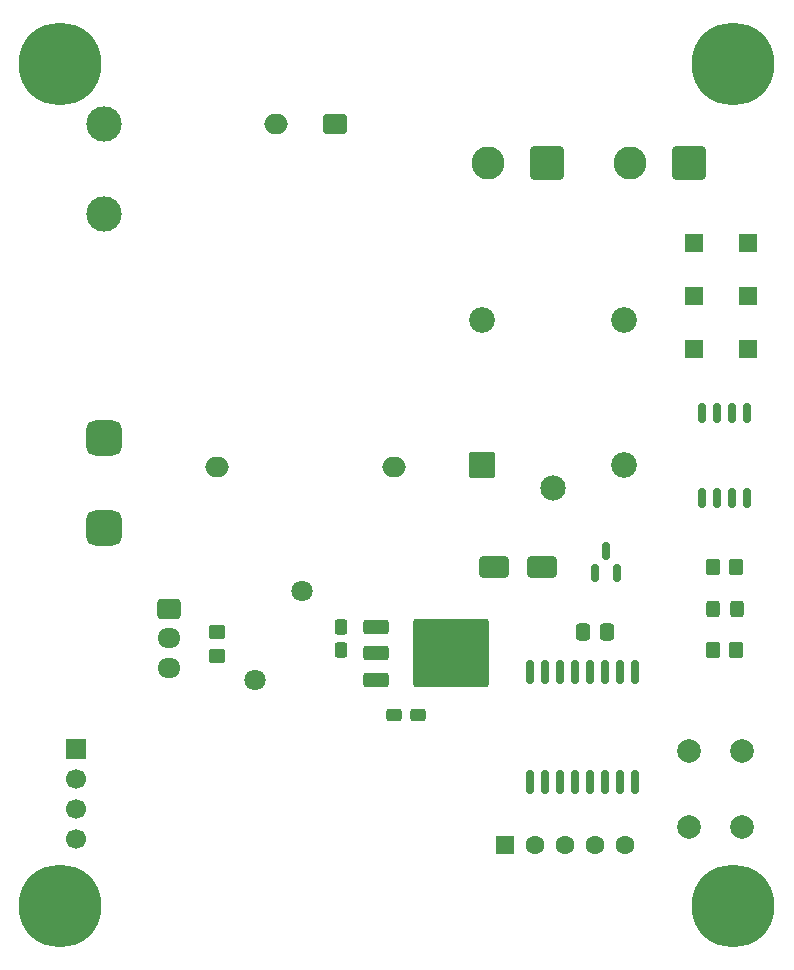
<source format=gbr>
%TF.GenerationSoftware,KiCad,Pcbnew,9.0.7-9.0.7~ubuntu22.04.1*%
%TF.CreationDate,2026-01-30T05:50:44+05:30*%
%TF.ProjectId,SOLDERING_IRON_CONTROLLER,534f4c44-4552-4494-9e47-5f49524f4e5f,rev?*%
%TF.SameCoordinates,Original*%
%TF.FileFunction,Soldermask,Top*%
%TF.FilePolarity,Negative*%
%FSLAX46Y46*%
G04 Gerber Fmt 4.6, Leading zero omitted, Abs format (unit mm)*
G04 Created by KiCad (PCBNEW 9.0.7-9.0.7~ubuntu22.04.1) date 2026-01-30 05:50:44*
%MOMM*%
%LPD*%
G01*
G04 APERTURE LIST*
G04 Aperture macros list*
%AMRoundRect*
0 Rectangle with rounded corners*
0 $1 Rounding radius*
0 $2 $3 $4 $5 $6 $7 $8 $9 X,Y pos of 4 corners*
0 Add a 4 corners polygon primitive as box body*
4,1,4,$2,$3,$4,$5,$6,$7,$8,$9,$2,$3,0*
0 Add four circle primitives for the rounded corners*
1,1,$1+$1,$2,$3*
1,1,$1+$1,$4,$5*
1,1,$1+$1,$6,$7*
1,1,$1+$1,$8,$9*
0 Add four rect primitives between the rounded corners*
20,1,$1+$1,$2,$3,$4,$5,0*
20,1,$1+$1,$4,$5,$6,$7,0*
20,1,$1+$1,$6,$7,$8,$9,0*
20,1,$1+$1,$8,$9,$2,$3,0*%
G04 Aperture macros list end*
%ADD10RoundRect,0.750000X0.750000X-0.750000X0.750000X0.750000X-0.750000X0.750000X-0.750000X-0.750000X0*%
%ADD11C,3.000000*%
%ADD12RoundRect,0.250000X0.350000X0.450000X-0.350000X0.450000X-0.350000X-0.450000X0.350000X-0.450000X0*%
%ADD13C,0.800000*%
%ADD14C,7.000000*%
%ADD15R,1.500000X1.500000*%
%ADD16R,1.600000X1.600000*%
%ADD17C,1.600000*%
%ADD18RoundRect,0.150000X-0.150000X0.875000X-0.150000X-0.875000X0.150000X-0.875000X0.150000X0.875000X0*%
%ADD19RoundRect,0.250001X1.149999X1.149999X-1.149999X1.149999X-1.149999X-1.149999X1.149999X-1.149999X0*%
%ADD20C,2.800000*%
%ADD21C,1.800000*%
%ADD22RoundRect,0.250000X-0.750000X0.600000X-0.750000X-0.600000X0.750000X-0.600000X0.750000X0.600000X0*%
%ADD23O,2.000000X1.700000*%
%ADD24RoundRect,0.150000X0.150000X-0.587500X0.150000X0.587500X-0.150000X0.587500X-0.150000X-0.587500X0*%
%ADD25RoundRect,0.162500X-0.162500X0.650000X-0.162500X-0.650000X0.162500X-0.650000X0.162500X0.650000X0*%
%ADD26RoundRect,0.250000X-0.450000X0.350000X-0.450000X-0.350000X0.450000X-0.350000X0.450000X0.350000X0*%
%ADD27RoundRect,0.250000X-0.725000X0.600000X-0.725000X-0.600000X0.725000X-0.600000X0.725000X0.600000X0*%
%ADD28O,1.950000X1.700000*%
%ADD29RoundRect,0.102000X0.990000X-0.990000X0.990000X0.990000X-0.990000X0.990000X-0.990000X-0.990000X0*%
%ADD30C,2.184000*%
%ADD31C,2.139000*%
%ADD32C,2.000000*%
%ADD33R,1.700000X1.700000*%
%ADD34C,1.700000*%
%ADD35RoundRect,0.250000X0.325000X0.450000X-0.325000X0.450000X-0.325000X-0.450000X0.325000X-0.450000X0*%
%ADD36RoundRect,0.250000X-0.850000X-0.350000X0.850000X-0.350000X0.850000X0.350000X-0.850000X0.350000X0*%
%ADD37RoundRect,0.249997X-2.950003X-2.650003X2.950003X-2.650003X2.950003X2.650003X-2.950003X2.650003X0*%
%ADD38RoundRect,0.250000X0.295000X-0.407500X0.295000X0.407500X-0.295000X0.407500X-0.295000X-0.407500X0*%
%ADD39RoundRect,0.250000X1.000000X0.650000X-1.000000X0.650000X-1.000000X-0.650000X1.000000X-0.650000X0*%
%ADD40RoundRect,0.250000X-0.407500X-0.295000X0.407500X-0.295000X0.407500X0.295000X-0.407500X0.295000X0*%
%ADD41RoundRect,0.250000X0.337500X0.475000X-0.337500X0.475000X-0.337500X-0.475000X0.337500X-0.475000X0*%
G04 APERTURE END LIST*
D10*
%TO.C,F1*%
X129750000Y-91370000D03*
X129750000Y-83750000D03*
D11*
X129750000Y-64780000D03*
X129750000Y-57160000D03*
%TD*%
D12*
%TO.C,R1*%
X183260000Y-101735000D03*
X181260000Y-101735000D03*
%TD*%
D13*
%TO.C,H3*%
X183010000Y-120735000D03*
X184866155Y-121503845D03*
X181153845Y-121503845D03*
X185635000Y-123360000D03*
D14*
X183010000Y-123360000D03*
D13*
X180385000Y-123360000D03*
X184866155Y-125216155D03*
X181153845Y-125216155D03*
X183010000Y-125985000D03*
%TD*%
D15*
%TO.C,VCC1*%
X179710000Y-76235000D03*
%TD*%
%TO.C,RESET1*%
X179710000Y-71735000D03*
%TD*%
%TO.C,MISO1*%
X179710000Y-67235000D03*
%TD*%
D16*
%TO.C,RN1*%
X163640000Y-118235000D03*
D17*
X166180000Y-118235000D03*
X168720000Y-118235000D03*
X171260000Y-118235000D03*
X173800000Y-118235000D03*
%TD*%
D18*
%TO.C,U3*%
X174705000Y-103585000D03*
X173435000Y-103585000D03*
X172165000Y-103585000D03*
X170895000Y-103585000D03*
X169625000Y-103585000D03*
X168355000Y-103585000D03*
X167085000Y-103585000D03*
X165815000Y-103585000D03*
X165815000Y-112885000D03*
X167085000Y-112885000D03*
X168355000Y-112885000D03*
X169625000Y-112885000D03*
X170895000Y-112885000D03*
X172165000Y-112885000D03*
X173435000Y-112885000D03*
X174705000Y-112885000D03*
%TD*%
D15*
%TO.C,GND1*%
X184260000Y-67235000D03*
%TD*%
D19*
%TO.C,J3*%
X167260000Y-60485000D03*
D20*
X162260000Y-60485000D03*
%TD*%
D21*
%TO.C,RV1*%
X146510000Y-96735000D03*
X142510000Y-104235000D03*
%TD*%
D22*
%TO.C,PS1*%
X149260000Y-57155000D03*
D23*
X144260000Y-57155000D03*
X154260000Y-86235000D03*
X139260000Y-86235000D03*
%TD*%
D12*
%TO.C,R2*%
X183260000Y-94735000D03*
X181260000Y-94735000D03*
%TD*%
D24*
%TO.C,Q1*%
X171260000Y-95235000D03*
X173160000Y-95235000D03*
X172210000Y-93360000D03*
%TD*%
D25*
%TO.C,U1*%
X184165000Y-81647500D03*
X182895000Y-81647500D03*
X181625000Y-81647500D03*
X180355000Y-81647500D03*
X180355000Y-88822500D03*
X181625000Y-88822500D03*
X182895000Y-88822500D03*
X184165000Y-88822500D03*
%TD*%
D26*
%TO.C,R3*%
X139260000Y-100235000D03*
X139260000Y-102235000D03*
%TD*%
D27*
%TO.C,J4*%
X135260000Y-98217500D03*
D28*
X135260000Y-100717500D03*
X135260000Y-103217500D03*
%TD*%
D29*
%TO.C,K1*%
X161760000Y-86020000D03*
D30*
X173760000Y-86020000D03*
D31*
X167760000Y-88020000D03*
D30*
X161760000Y-73820000D03*
X173760000Y-73820000D03*
%TD*%
D32*
%TO.C,SW1*%
X183760000Y-110235000D03*
X183760000Y-116735000D03*
X179260000Y-110235000D03*
X179260000Y-116735000D03*
%TD*%
D15*
%TO.C,SCK1*%
X184260000Y-76235000D03*
%TD*%
D13*
%TO.C,H1*%
X183010000Y-49485000D03*
X184866155Y-50253845D03*
X181153845Y-50253845D03*
X185635000Y-52110000D03*
D14*
X183010000Y-52110000D03*
D13*
X180385000Y-52110000D03*
X184866155Y-53966155D03*
X181153845Y-53966155D03*
X183010000Y-54735000D03*
%TD*%
D33*
%TO.C,J1*%
X127360000Y-110115000D03*
D34*
X127360000Y-112655000D03*
X127360000Y-115195000D03*
X127360000Y-117735000D03*
%TD*%
D15*
%TO.C,MOSI1*%
X184260000Y-71735000D03*
%TD*%
D19*
%TO.C,J5*%
X179260000Y-60485000D03*
D20*
X174260000Y-60485000D03*
%TD*%
D35*
%TO.C,D2*%
X183310000Y-98235000D03*
X181260000Y-98235000D03*
%TD*%
D36*
%TO.C,U2*%
X152760000Y-99735000D03*
X152760000Y-102015000D03*
D37*
X159060000Y-102015000D03*
D36*
X152760000Y-104295000D03*
%TD*%
D13*
%TO.C,H2*%
X126010000Y-49485000D03*
X127866155Y-50253845D03*
X124153845Y-50253845D03*
X128635000Y-52110000D03*
D14*
X126010000Y-52110000D03*
D13*
X123385000Y-52110000D03*
X127866155Y-53966155D03*
X124153845Y-53966155D03*
X126010000Y-54735000D03*
%TD*%
%TO.C,H4*%
X126010000Y-120735000D03*
X127866155Y-121503845D03*
X124153845Y-121503845D03*
X128635000Y-123360000D03*
D14*
X126010000Y-123360000D03*
D13*
X123385000Y-123360000D03*
X127866155Y-125216155D03*
X124153845Y-125216155D03*
X126010000Y-125985000D03*
%TD*%
D38*
%TO.C,C2*%
X149760000Y-101690000D03*
X149760000Y-99735000D03*
%TD*%
D39*
%TO.C,D1*%
X166760000Y-94735000D03*
X162760000Y-94735000D03*
%TD*%
D40*
%TO.C,C1*%
X154305000Y-107235000D03*
X156260000Y-107235000D03*
%TD*%
D41*
%TO.C,C3*%
X172335000Y-100235000D03*
X170260000Y-100235000D03*
%TD*%
M02*

</source>
